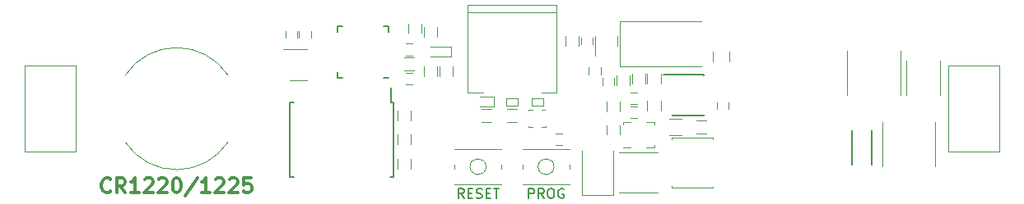
<source format=gbr>
G04 #@! TF.GenerationSoftware,KiCad,Pcbnew,(5.0.0)*
G04 #@! TF.CreationDate,2018-09-28T20:30:43-07:00*
G04 #@! TF.ProjectId,nixie_bottom_board,6E697869655F626F74746F6D5F626F61,rev?*
G04 #@! TF.SameCoordinates,Original*
G04 #@! TF.FileFunction,Legend,Top*
G04 #@! TF.FilePolarity,Positive*
%FSLAX46Y46*%
G04 Gerber Fmt 4.6, Leading zero omitted, Abs format (unit mm)*
G04 Created by KiCad (PCBNEW (5.0.0)) date 09/28/18 20:30:43*
%MOMM*%
%LPD*%
G01*
G04 APERTURE LIST*
%ADD10C,0.300000*%
%ADD11C,0.200000*%
%ADD12C,0.120000*%
%ADD13C,0.150000*%
G04 APERTURE END LIST*
D10*
X108714285Y-108535714D02*
X108642857Y-108607142D01*
X108428571Y-108678571D01*
X108285714Y-108678571D01*
X108071428Y-108607142D01*
X107928571Y-108464285D01*
X107857142Y-108321428D01*
X107785714Y-108035714D01*
X107785714Y-107821428D01*
X107857142Y-107535714D01*
X107928571Y-107392857D01*
X108071428Y-107250000D01*
X108285714Y-107178571D01*
X108428571Y-107178571D01*
X108642857Y-107250000D01*
X108714285Y-107321428D01*
X110214285Y-108678571D02*
X109714285Y-107964285D01*
X109357142Y-108678571D02*
X109357142Y-107178571D01*
X109928571Y-107178571D01*
X110071428Y-107250000D01*
X110142857Y-107321428D01*
X110214285Y-107464285D01*
X110214285Y-107678571D01*
X110142857Y-107821428D01*
X110071428Y-107892857D01*
X109928571Y-107964285D01*
X109357142Y-107964285D01*
X111642857Y-108678571D02*
X110785714Y-108678571D01*
X111214285Y-108678571D02*
X111214285Y-107178571D01*
X111071428Y-107392857D01*
X110928571Y-107535714D01*
X110785714Y-107607142D01*
X112214285Y-107321428D02*
X112285714Y-107250000D01*
X112428571Y-107178571D01*
X112785714Y-107178571D01*
X112928571Y-107250000D01*
X113000000Y-107321428D01*
X113071428Y-107464285D01*
X113071428Y-107607142D01*
X113000000Y-107821428D01*
X112142857Y-108678571D01*
X113071428Y-108678571D01*
X113642857Y-107321428D02*
X113714285Y-107250000D01*
X113857142Y-107178571D01*
X114214285Y-107178571D01*
X114357142Y-107250000D01*
X114428571Y-107321428D01*
X114500000Y-107464285D01*
X114500000Y-107607142D01*
X114428571Y-107821428D01*
X113571428Y-108678571D01*
X114500000Y-108678571D01*
X115428571Y-107178571D02*
X115571428Y-107178571D01*
X115714285Y-107250000D01*
X115785714Y-107321428D01*
X115857142Y-107464285D01*
X115928571Y-107750000D01*
X115928571Y-108107142D01*
X115857142Y-108392857D01*
X115785714Y-108535714D01*
X115714285Y-108607142D01*
X115571428Y-108678571D01*
X115428571Y-108678571D01*
X115285714Y-108607142D01*
X115214285Y-108535714D01*
X115142857Y-108392857D01*
X115071428Y-108107142D01*
X115071428Y-107750000D01*
X115142857Y-107464285D01*
X115214285Y-107321428D01*
X115285714Y-107250000D01*
X115428571Y-107178571D01*
X117642857Y-107107142D02*
X116357142Y-109035714D01*
X118928571Y-108678571D02*
X118071428Y-108678571D01*
X118500000Y-108678571D02*
X118500000Y-107178571D01*
X118357142Y-107392857D01*
X118214285Y-107535714D01*
X118071428Y-107607142D01*
X119500000Y-107321428D02*
X119571428Y-107250000D01*
X119714285Y-107178571D01*
X120071428Y-107178571D01*
X120214285Y-107250000D01*
X120285714Y-107321428D01*
X120357142Y-107464285D01*
X120357142Y-107607142D01*
X120285714Y-107821428D01*
X119428571Y-108678571D01*
X120357142Y-108678571D01*
X120928571Y-107321428D02*
X121000000Y-107250000D01*
X121142857Y-107178571D01*
X121500000Y-107178571D01*
X121642857Y-107250000D01*
X121714285Y-107321428D01*
X121785714Y-107464285D01*
X121785714Y-107607142D01*
X121714285Y-107821428D01*
X120857142Y-108678571D01*
X121785714Y-108678571D01*
X123142857Y-107178571D02*
X122428571Y-107178571D01*
X122357142Y-107892857D01*
X122428571Y-107821428D01*
X122571428Y-107750000D01*
X122928571Y-107750000D01*
X123071428Y-107821428D01*
X123142857Y-107892857D01*
X123214285Y-108035714D01*
X123214285Y-108392857D01*
X123142857Y-108535714D01*
X123071428Y-108607142D01*
X122928571Y-108678571D01*
X122571428Y-108678571D01*
X122428571Y-108607142D01*
X122357142Y-108535714D01*
D11*
X151714285Y-109252380D02*
X151714285Y-108252380D01*
X152095238Y-108252380D01*
X152190476Y-108300000D01*
X152238095Y-108347619D01*
X152285714Y-108442857D01*
X152285714Y-108585714D01*
X152238095Y-108680952D01*
X152190476Y-108728571D01*
X152095238Y-108776190D01*
X151714285Y-108776190D01*
X153285714Y-109252380D02*
X152952380Y-108776190D01*
X152714285Y-109252380D02*
X152714285Y-108252380D01*
X153095238Y-108252380D01*
X153190476Y-108300000D01*
X153238095Y-108347619D01*
X153285714Y-108442857D01*
X153285714Y-108585714D01*
X153238095Y-108680952D01*
X153190476Y-108728571D01*
X153095238Y-108776190D01*
X152714285Y-108776190D01*
X153904761Y-108252380D02*
X154095238Y-108252380D01*
X154190476Y-108300000D01*
X154285714Y-108395238D01*
X154333333Y-108585714D01*
X154333333Y-108919047D01*
X154285714Y-109109523D01*
X154190476Y-109204761D01*
X154095238Y-109252380D01*
X153904761Y-109252380D01*
X153809523Y-109204761D01*
X153714285Y-109109523D01*
X153666666Y-108919047D01*
X153666666Y-108585714D01*
X153714285Y-108395238D01*
X153809523Y-108300000D01*
X153904761Y-108252380D01*
X155285714Y-108300000D02*
X155190476Y-108252380D01*
X155047619Y-108252380D01*
X154904761Y-108300000D01*
X154809523Y-108395238D01*
X154761904Y-108490476D01*
X154714285Y-108680952D01*
X154714285Y-108823809D01*
X154761904Y-109014285D01*
X154809523Y-109109523D01*
X154904761Y-109204761D01*
X155047619Y-109252380D01*
X155142857Y-109252380D01*
X155285714Y-109204761D01*
X155333333Y-109157142D01*
X155333333Y-108823809D01*
X155142857Y-108823809D01*
X145047619Y-109252380D02*
X144714285Y-108776190D01*
X144476190Y-109252380D02*
X144476190Y-108252380D01*
X144857142Y-108252380D01*
X144952380Y-108300000D01*
X145000000Y-108347619D01*
X145047619Y-108442857D01*
X145047619Y-108585714D01*
X145000000Y-108680952D01*
X144952380Y-108728571D01*
X144857142Y-108776190D01*
X144476190Y-108776190D01*
X145476190Y-108728571D02*
X145809523Y-108728571D01*
X145952380Y-109252380D02*
X145476190Y-109252380D01*
X145476190Y-108252380D01*
X145952380Y-108252380D01*
X146333333Y-109204761D02*
X146476190Y-109252380D01*
X146714285Y-109252380D01*
X146809523Y-109204761D01*
X146857142Y-109157142D01*
X146904761Y-109061904D01*
X146904761Y-108966666D01*
X146857142Y-108871428D01*
X146809523Y-108823809D01*
X146714285Y-108776190D01*
X146523809Y-108728571D01*
X146428571Y-108680952D01*
X146380952Y-108633333D01*
X146333333Y-108538095D01*
X146333333Y-108442857D01*
X146380952Y-108347619D01*
X146428571Y-108300000D01*
X146523809Y-108252380D01*
X146761904Y-108252380D01*
X146904761Y-108300000D01*
X147333333Y-108728571D02*
X147666666Y-108728571D01*
X147809523Y-109252380D02*
X147333333Y-109252380D01*
X147333333Y-108252380D01*
X147809523Y-108252380D01*
X148095238Y-108252380D02*
X148666666Y-108252380D01*
X148380952Y-109252380D02*
X148380952Y-108252380D01*
D12*
G04 #@! TO.C,C17*
X157100000Y-93350000D02*
X157100000Y-92650000D01*
X158300000Y-92650000D02*
X158300000Y-93350000D01*
G04 #@! TO.C,BT1*
X120773104Y-103465092D02*
G75*
G02X110250000Y-103499999I-5273104J3465092D01*
G01*
X110226896Y-96534908D02*
G75*
G02X120750000Y-96500001I5273104J-3465092D01*
G01*
G04 #@! TO.C,D5*
X143700000Y-94600000D02*
X141600000Y-94600000D01*
X143700000Y-93600000D02*
X141600000Y-93600000D01*
X143700000Y-94600000D02*
X143700000Y-93600000D01*
G04 #@! TO.C,R13*
X143880000Y-95650000D02*
X143880000Y-96650000D01*
X142520000Y-96650000D02*
X142520000Y-95650000D01*
G04 #@! TO.C,J1*
X154600000Y-90010000D02*
X145400000Y-90010000D01*
X154600000Y-89310000D02*
X145400000Y-89310000D01*
X154600000Y-98300000D02*
X153000000Y-98300000D01*
X154600000Y-98300000D02*
X154600000Y-89310000D01*
X145400000Y-98300000D02*
X145400000Y-89310000D01*
X147000000Y-98300000D02*
X145400000Y-98300000D01*
G04 #@! TO.C,C12*
X139050000Y-96300000D02*
X139750000Y-96300000D01*
X139750000Y-97500000D02*
X139050000Y-97500000D01*
G04 #@! TO.C,C13*
X139750000Y-94500000D02*
X139050000Y-94500000D01*
X139050000Y-93300000D02*
X139750000Y-93300000D01*
D13*
G04 #@! TO.C,U4*
X137825000Y-99325000D02*
X137550000Y-99325000D01*
X137825000Y-107075000D02*
X137470000Y-107075000D01*
X127175000Y-107075000D02*
X127530000Y-107075000D01*
X127175000Y-99325000D02*
X127530000Y-99325000D01*
X137825000Y-99325000D02*
X137825000Y-107075000D01*
X127175000Y-99325000D02*
X127175000Y-107075000D01*
X137550000Y-99325000D02*
X137550000Y-97800000D01*
G04 #@! TO.C,U2*
X132025000Y-96775000D02*
X132550000Y-96775000D01*
X132025000Y-91525000D02*
X132550000Y-91525000D01*
X137275000Y-91525000D02*
X136750000Y-91525000D01*
X137275000Y-96775000D02*
X136750000Y-96775000D01*
X132025000Y-91525000D02*
X132025000Y-92050000D01*
X137275000Y-91525000D02*
X137275000Y-92050000D01*
X132025000Y-96775000D02*
X132025000Y-96250000D01*
D12*
G04 #@! TO.C,R1*
X150500000Y-101380000D02*
X149500000Y-101380000D01*
X149500000Y-100020000D02*
X150500000Y-100020000D01*
G04 #@! TO.C,J4*
X99900000Y-104450000D02*
X99900000Y-95550000D01*
X105100000Y-104450000D02*
X99900000Y-104450000D01*
X105100000Y-95550000D02*
X105100000Y-104450000D01*
X99900000Y-95550000D02*
X105100000Y-95550000D01*
G04 #@! TO.C,J3*
X194900000Y-104450000D02*
X194900000Y-95550000D01*
X200100000Y-104450000D02*
X194900000Y-104450000D01*
X200100000Y-95550000D02*
X200100000Y-104450000D01*
X194900000Y-95550000D02*
X200100000Y-95550000D01*
G04 #@! TO.C,U1*
X153050000Y-100100000D02*
X153400000Y-100100000D01*
X151700000Y-100100000D02*
X152150000Y-100100000D01*
X151700000Y-100200000D02*
X151700000Y-100100000D01*
X151700000Y-101900000D02*
X151700000Y-101800000D01*
X152150000Y-101900000D02*
X151700000Y-101900000D01*
X153500000Y-101900000D02*
X153050000Y-101900000D01*
X153500000Y-101800000D02*
X153500000Y-101900000D01*
G04 #@! TO.C,U3*
X162200000Y-104050000D02*
X161400000Y-104050000D01*
X161400000Y-101350000D02*
X161400000Y-101650000D01*
X162200000Y-101350000D02*
X161400000Y-101350000D01*
X164600000Y-104050000D02*
X163800000Y-104050000D01*
X164600000Y-103750000D02*
X164600000Y-104050000D01*
X164600000Y-101350000D02*
X163800000Y-101350000D01*
X164600000Y-101650000D02*
X164600000Y-101350000D01*
G04 #@! TO.C,SW1*
X148900000Y-105800000D02*
X148900000Y-106200000D01*
X144100000Y-105800000D02*
X144100000Y-106200000D01*
X148900000Y-107800000D02*
X144100000Y-107800000D01*
X144100000Y-104200000D02*
X148900000Y-104200000D01*
X147324621Y-106000000D02*
G75*
G03X147324621Y-106000000I-824621J0D01*
G01*
G04 #@! TO.C,SW2*
X155900000Y-105800000D02*
X155900000Y-106200000D01*
X151100000Y-105800000D02*
X151100000Y-106200000D01*
X155900000Y-107800000D02*
X151100000Y-107800000D01*
X151100000Y-104200000D02*
X155900000Y-104200000D01*
X154324621Y-106000000D02*
G75*
G03X154324621Y-106000000I-824621J0D01*
G01*
G04 #@! TO.C,D2*
X153200000Y-98900000D02*
X153200000Y-99700000D01*
X152000000Y-98900000D02*
X153200000Y-98900000D01*
X152000000Y-99700000D02*
X152000000Y-98900000D01*
X153200000Y-99700000D02*
X152000000Y-99700000D01*
G04 #@! TO.C,D3*
X149400000Y-99700000D02*
X149400000Y-98900000D01*
X150600000Y-99700000D02*
X149400000Y-99700000D01*
X150600000Y-98900000D02*
X150600000Y-99700000D01*
X149400000Y-98900000D02*
X150600000Y-98900000D01*
G04 #@! TO.C,D1*
X148100000Y-98800000D02*
X146700000Y-98800000D01*
X148100000Y-99800000D02*
X148100000Y-98800000D01*
X146700000Y-99800000D02*
X148100000Y-99800000D01*
G04 #@! TO.C,C16*
X127900000Y-91950000D02*
X127900000Y-92650000D01*
X126700000Y-92650000D02*
X126700000Y-91950000D01*
G04 #@! TO.C,R3*
X147900000Y-101380000D02*
X146900000Y-101380000D01*
X146900000Y-100020000D02*
X147900000Y-100020000D01*
G04 #@! TO.C,C3*
X162850000Y-101000000D02*
X162150000Y-101000000D01*
X162150000Y-99800000D02*
X162850000Y-99800000D01*
G04 #@! TO.C,C1*
X161075000Y-90950000D02*
X169475000Y-90950000D01*
X161075000Y-95650000D02*
X169475000Y-95650000D01*
X161075000Y-90950000D02*
X161075000Y-95650000D01*
G04 #@! TO.C,C11*
X157150000Y-108900000D02*
X160450000Y-108900000D01*
X160450000Y-108900000D02*
X160450000Y-104350000D01*
X157150000Y-108900000D02*
X157150000Y-104350000D01*
G04 #@! TO.C,Q1*
X166385000Y-103000000D02*
X166385000Y-103200000D01*
X170685000Y-103000000D02*
X166385000Y-103000000D01*
X170685000Y-103150000D02*
X170685000Y-103000000D01*
X170685000Y-108200000D02*
X170685000Y-108050000D01*
X166385000Y-108200000D02*
X170685000Y-108200000D01*
X166385000Y-108000000D02*
X166385000Y-108200000D01*
G04 #@! TO.C,C15*
X129300000Y-91950000D02*
X129300000Y-92650000D01*
X128100000Y-92650000D02*
X128100000Y-91950000D01*
G04 #@! TO.C,C14*
X155150000Y-103800000D02*
X154450000Y-103800000D01*
X154450000Y-102600000D02*
X155150000Y-102600000D01*
G04 #@! TO.C,C2*
X159100000Y-95750000D02*
X159100000Y-96450000D01*
X157900000Y-96450000D02*
X157900000Y-95750000D01*
G04 #@! TO.C,C6*
X162850000Y-99500000D02*
X162150000Y-99500000D01*
X162150000Y-98300000D02*
X162850000Y-98300000D01*
G04 #@! TO.C,C4*
X170650000Y-94100000D02*
X170650000Y-95100000D01*
X172350000Y-95100000D02*
X172350000Y-94100000D01*
G04 #@! TO.C,C9*
X190570000Y-95000000D02*
X190570000Y-98600000D01*
X194030000Y-98600000D02*
X194030000Y-95000000D01*
G04 #@! TO.C,C8*
X193530000Y-106000000D02*
X193530000Y-101400000D01*
X188070000Y-101400000D02*
X188070000Y-106000000D01*
G04 #@! TO.C,R19*
X139580000Y-100200000D02*
X139580000Y-101200000D01*
X138220000Y-101200000D02*
X138220000Y-100200000D01*
G04 #@! TO.C,R18*
X138900000Y-94720000D02*
X139900000Y-94720000D01*
X139900000Y-96080000D02*
X138900000Y-96080000D01*
G04 #@! TO.C,R17*
X159720000Y-100300000D02*
X159720000Y-99300000D01*
X161080000Y-99300000D02*
X161080000Y-100300000D01*
G04 #@! TO.C,R16*
X159720000Y-102700000D02*
X159720000Y-101700000D01*
X161080000Y-101700000D02*
X161080000Y-102700000D01*
G04 #@! TO.C,C5*
X160500000Y-96850000D02*
X160500000Y-97550000D01*
X159300000Y-97550000D02*
X159300000Y-96850000D01*
G04 #@! TO.C,C7*
X171100000Y-100050000D02*
X171100000Y-99350000D01*
X172300000Y-99350000D02*
X172300000Y-100050000D01*
G04 #@! TO.C,R9*
X162320000Y-97400000D02*
X162320000Y-96400000D01*
X163680000Y-96400000D02*
X163680000Y-97400000D01*
G04 #@! TO.C,R6*
X165280000Y-99200000D02*
X165280000Y-100200000D01*
X163920000Y-100200000D02*
X163920000Y-99200000D01*
G04 #@! TO.C,L1*
X165000000Y-108700000D02*
X161000000Y-108700000D01*
X165000000Y-104500000D02*
X161000000Y-104500000D01*
G04 #@! TO.C,R7*
X160720000Y-97600000D02*
X160720000Y-96600000D01*
X162080000Y-96600000D02*
X162080000Y-97600000D01*
G04 #@! TO.C,R5*
X138220000Y-106200000D02*
X138220000Y-105200000D01*
X139580000Y-105200000D02*
X139580000Y-106200000D01*
G04 #@! TO.C,R2*
X140920000Y-96650000D02*
X140920000Y-95650000D01*
X142280000Y-95650000D02*
X142280000Y-96650000D01*
G04 #@! TO.C,R8*
X170000000Y-102580000D02*
X169000000Y-102580000D01*
X169000000Y-101220000D02*
X170000000Y-101220000D01*
G04 #@! TO.C,R10*
X165280000Y-96400000D02*
X165280000Y-97400000D01*
X163920000Y-97400000D02*
X163920000Y-96400000D01*
G04 #@! TO.C,C10*
X189930000Y-98600000D02*
X189930000Y-94000000D01*
X184470000Y-94000000D02*
X184470000Y-98600000D01*
G04 #@! TO.C,R4*
X139580000Y-102700000D02*
X139580000Y-103700000D01*
X138220000Y-103700000D02*
X138220000Y-102700000D01*
G04 #@! TO.C,R11*
X166200000Y-101020000D02*
X167400000Y-101020000D01*
X167400000Y-102780000D02*
X166200000Y-102780000D01*
G04 #@! TO.C,U5*
X127100000Y-97110000D02*
X128900000Y-97110000D01*
X128900000Y-93890000D02*
X126450000Y-93890000D01*
D13*
G04 #@! TO.C,U6*
X166475000Y-96475000D02*
X165550000Y-96475000D01*
X166475000Y-100725000D02*
X169725000Y-100725000D01*
X166475000Y-96475000D02*
X169725000Y-96475000D01*
X166475000Y-100725000D02*
X166475000Y-100660000D01*
X169725000Y-100725000D02*
X169725000Y-100660000D01*
X169725000Y-96475000D02*
X169725000Y-96540000D01*
G04 #@! TO.C,D4*
X187000000Y-105800000D02*
X187000000Y-102200000D01*
X185000000Y-105800000D02*
X185000000Y-102200000D01*
D12*
G04 #@! TO.C,R12*
X142280000Y-91600000D02*
X142280000Y-92600000D01*
X140920000Y-92600000D02*
X140920000Y-91600000D01*
G04 #@! TO.C,R14*
X155520000Y-93500000D02*
X155520000Y-92500000D01*
X156880000Y-92500000D02*
X156880000Y-93500000D01*
G04 #@! TO.C,R15*
X140680000Y-91200000D02*
X140680000Y-92200000D01*
X139320000Y-92200000D02*
X139320000Y-91200000D01*
G04 #@! TO.C,U7*
X158580000Y-94500000D02*
X158580000Y-92500000D01*
X160820000Y-92500000D02*
X160820000Y-93500000D01*
G04 #@! TD*
M02*

</source>
